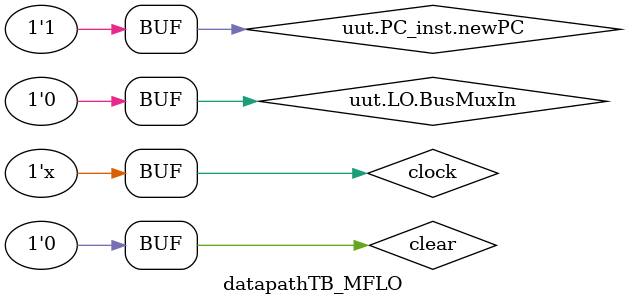
<source format=v>
/* TO DO:
	Fix T6 so that signals are actually driven for Read and MDRin
*/
`timescale 1ns/1ps

module datapathTB_MFLO;

    // Clock and Reset
    reg clock;
    reg clear;
    reg PCout, Zhighout, Zlowout, MDRout, CON_Out; 
    reg MARin, PCin, MDRin, IRin, Yin, Zin;
    reg IncPC, Read, Write;
    reg Gra, Grb, Grc, BAout;
    reg [4:0] opcode;
    reg HIin, LOin, ZHighIn, ZLowIn;
    reg [8:0] Address;    
    reg [31:0] Mdatain;     
	 reg Rout, Rin;
	 reg Cout, HIout, LOout, Yout, InPortout;
	 reg CONin;
	 reg [31:0] external_input;
	 reg OutPortin;

    // OUTPUTS FROM DataPath (wires)
    wire R0out, R1out, R2out, R3out, R4out, R5out, R6out, R7out;
    wire R8out, R9out, R10out, R11out, R12out, R13out, R14out, R15out;
	 wire [31:0] external_output;
	 
	 parameter Default = 4'b0000, T0 = 4'b0111, T1 = 4'b1000, T2 = 4'b1001, T3 = 4'b1010, T4 = 4'b1011, T5 = 4'b1100, T6 = 4'b1101, T7 = 4'b1110;
    
	 reg [3:0] Present_state = Default;
	 
    // Instantiate DataPath
    DataPath uut(
        .clock(clock),
        .clear(clear),
        .PCout(PCout), 
        .Zhighout(Zhighout), 
        .Zlowout(Zlowout), 
        .MDRout(MDRout),
        .MARin(MARin), 
        .Rin(Rin),
        .PCin(PCin), 
        .MDRin(MDRin), 
        .IRin(IRin), 
        .Yin(Yin),
        .IncPC(IncPC), 
        .Read(Read), 
        .Write(Write),
        .Gra(Gra), 
        .Grb(Grb), 
        .Grc(Grc),
        .opcode(opcode),
        .HIin(HIin), 
        .LOin(LOin), 
        .ZHighIn(ZHighIn), 
        .ZLowIn(ZLowIn), 
        .Address(Address),
        .Mdatain(Mdatain),
        .BAout(BAout),
        .R0out(R0out), 
        .R1out(R1out), 
        .R2out(R2out), 
        .R3out(R3out),
        .R4out(R4out), 
        .R5out(R5out), 
        .R6out(R6out), 
        .R7out(R7out),
        .R8out(R8out), 
        .R9out(R9out), 
        .R10out(R10out), 
        .R11out(R11out),
        .R12out(R12out), 
        .R13out(R13out), 
        .R14out(R14out), 
        .R15out(R15out),
        .HIout(HIout), 
        .LOout(LOout),
        .Yout(Yout), 
        .InPortout(InPortout), 
        .Cout(Cout),   // Fixed naming (was CSignOut)
        .Rout(Rout),    // Added Rout
		  .CONin(CONin),
		  .InPortData(external_input),  // Input data to InPort
		  .OutPortData(external_output), // Output data from OutPort
        .OutPortin(OutPortin)      // Control signal for writing output
    );

    
   initial begin
      clock = 0;
		clear = 0;
		uut.PC_inst.newPC = 32'h15;
		uut.LO.BusMuxIn = 32'h54;
   end
	 
	always 
		#10  clock <= ~clock;
		
	always @(posedge clock) begin
    case (Present_state)
        Default: Present_state <= T0;
        T0:      Present_state <= T1;
        T1:      Present_state <= T2;
        T2:      Present_state <= T3;
        T3:      Present_state <= T4;
        T4:      Present_state <= T5;
        T5:      Present_state <= T6;
        T6:      Present_state <= Default; // Reset or stop
		endcase
	end 
	
	always @(Present_state) begin
			case (Present_state)
				Default: begin
                PCout <= 0;         Zhighout <= 0;      Zlowout <= 0;      MDRout <= 0;
                MARin <= 0;         PCin <= 0;          MDRin <= 0;        IRin <= 0;          Yin <= 0;
                IncPC <= 0;         Read <= 0;          Write <= 0;		
                Gra <= 0;           Grb <= 0;           Grc <= 0;          opcode <= 0;
                HIin <= 0;          LOin <= 0;          ZHighIn <= 0;      ZLowIn <= 0; 
                Address <= 9'h0;    Mdatain <= 32'h0;
                Cout <= 0; 
					 CONin <= 0; 
            end
				
			T0: begin 
                    MARin <= 1;     IncPC <= 1; PCout <= 1; ZLowIn <= 1; 
 
            end

			T1: begin 
					     MARin <= 0;     IncPC <= 0; PCout <= 0; ZLowIn <= 0;  
						  Zlowout <= 1; Read <= 1; MDRin <= 1;
            end

			T2: begin 
						  Zlowout <= 0; Read <= 0; MDRin <= 0;
                    MDRout <= 1;    IRin <= 1; 
            end

			  T3: begin 
			  			  MDRout <= 0;     		 IRin <= 0;
                    LOout <= 1;            Gra <= 1;	 Rin <= 1;					
            end

			  T4: begin 
                    LOout <= 0;            Gra <= 0;	 Rin <= 0;		   
            end

		endcase
	end

endmodule
</source>
